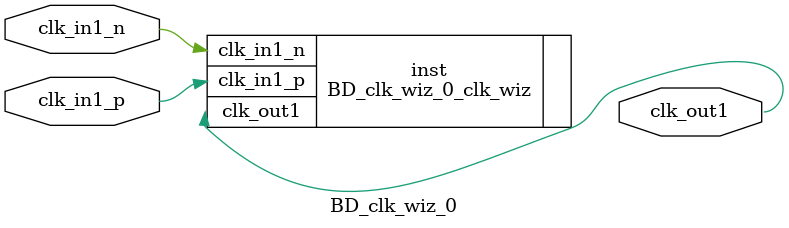
<source format=v>


`timescale 1ps/1ps

(* CORE_GENERATION_INFO = "BD_clk_wiz_0,clk_wiz_v5_3_2_0,{component_name=BD_clk_wiz_0,use_phase_alignment=true,use_min_o_jitter=false,use_max_i_jitter=false,use_dyn_phase_shift=false,use_inclk_switchover=false,use_dyn_reconfig=false,enable_axi=0,feedback_source=FDBK_AUTO,PRIMITIVE=MMCM,num_out_clk=1,clkin1_period=10.0,clkin2_period=10.0,use_power_down=false,use_reset=false,use_locked=false,use_inclk_stopped=false,feedback_type=SINGLE,CLOCK_MGR_TYPE=NA,manual_override=false}" *)

module BD_clk_wiz_0 
 (
  // Clock out ports
  output        clk_out1,
 // Clock in ports
  input         clk_in1_p,
  input         clk_in1_n
 );

  BD_clk_wiz_0_clk_wiz inst
  (
  // Clock out ports  
  .clk_out1(clk_out1),
 // Clock in ports
  .clk_in1_p(clk_in1_p),
  .clk_in1_n(clk_in1_n)
  );

endmodule

</source>
